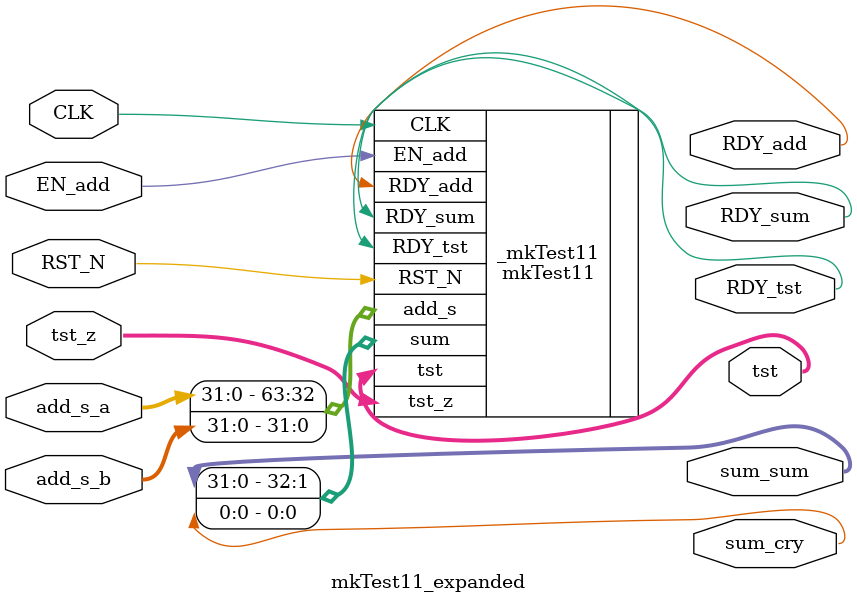
<source format=v>
module mkTest11_expanded (
    CLK,
    RST_N,
    RDY_add,
    EN_add,
    add_s_a,
    add_s_b,
    RDY_sum,
    sum_sum,
    sum_cry,
    RDY_tst,
    tst,
    tst_z );

  input CLK;
  input RST_N;

  // ====================
  // Method = add
  //   ready  => RDY_add                1   Bit#(1)
  //   enable => EN_add                 1   Bit#(1)
  //   input  => add_s                 64   Test11::TS
  output  RDY_add;
  input  EN_add;
  input  [ 31 : 0 ] add_s_a;
  input  [ 31 : 0 ] add_s_b;

  // ====================
  // Method = sum
  //   ready  => RDY_sum                1   Bit#(1)
  //   result => sum                   33   Test11::TSum
  output  RDY_sum;
  output  [ 31 : 0 ] sum_sum;  // sum[32:1]
  output  sum_cry;  // sum[0:0]

  // ====================
  // Method = tst
  //   ready  => RDY_tst                1   Bit#(1)
  //   result => tst                    2   {Tuple2#(Bit#(1), Bit#(1))}
  //   input  => tst_z                  3   {Tuple3#(Bit#(1), Bit#(1), Bit#(1))}
  output  RDY_tst;
  output  [ 1 : 0 ] tst;
  input  [ 2 : 0 ] tst_z;


  wire   RDY_add;
  wire   RDY_sum;
  wire   [ 31 : 0 ] sum_sum;  // sum[32:1]
  wire   sum_cry;  // sum[0:0]
  wire   RDY_tst;
  wire   [ 1 : 0 ] tst;

  mkTest11 _mkTest11 ( 
   .CLK( CLK ),
   .RST_N( RST_N ),
   .RDY_add( RDY_add ),
   .EN_add( EN_add ),
   .add_s( { add_s_a,add_s_b } ),
   .RDY_sum( RDY_sum ),
   .sum( { sum_sum,sum_cry } ),
   .RDY_tst( RDY_tst ),
   .tst( tst ),
   .tst_z( tst_z )
  );

endmodule


</source>
